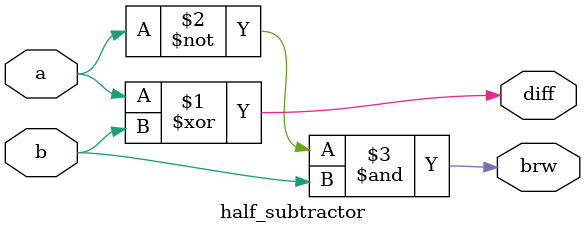
<source format=v>
`timescale 1ns / 1ps


module half_subtractor(a,b,diff,brw );
input a,b;
output diff,brw;

assign diff=a^b; 
assign brw=~a&b;
endmodule

</source>
